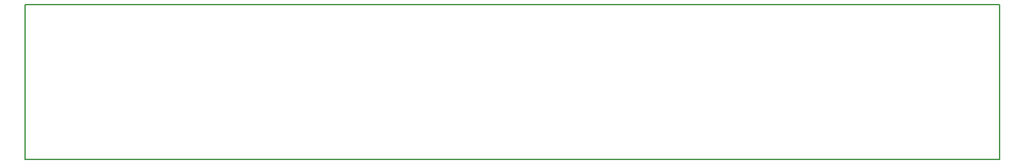
<source format=gbr>
%TF.GenerationSoftware,KiCad,Pcbnew,8.0.1*%
%TF.CreationDate,2024-05-04T10:24:18+02:00*%
%TF.ProjectId,Marconi_2955_Step_Attenuator,4d617263-6f6e-4695-9f32-3935355f5374,rev?*%
%TF.SameCoordinates,Original*%
%TF.FileFunction,Profile,NP*%
%FSLAX46Y46*%
G04 Gerber Fmt 4.6, Leading zero omitted, Abs format (unit mm)*
G04 Created by KiCad (PCBNEW 8.0.1) date 2024-05-04 10:24:18*
%MOMM*%
%LPD*%
G01*
G04 APERTURE LIST*
%TA.AperFunction,Profile*%
%ADD10C,0.200000*%
%TD*%
G04 APERTURE END LIST*
D10*
X102000000Y-31280000D02*
X227000000Y-31280000D01*
X227000000Y-51280000D01*
X102000000Y-51280000D01*
X102000000Y-31280000D01*
M02*

</source>
